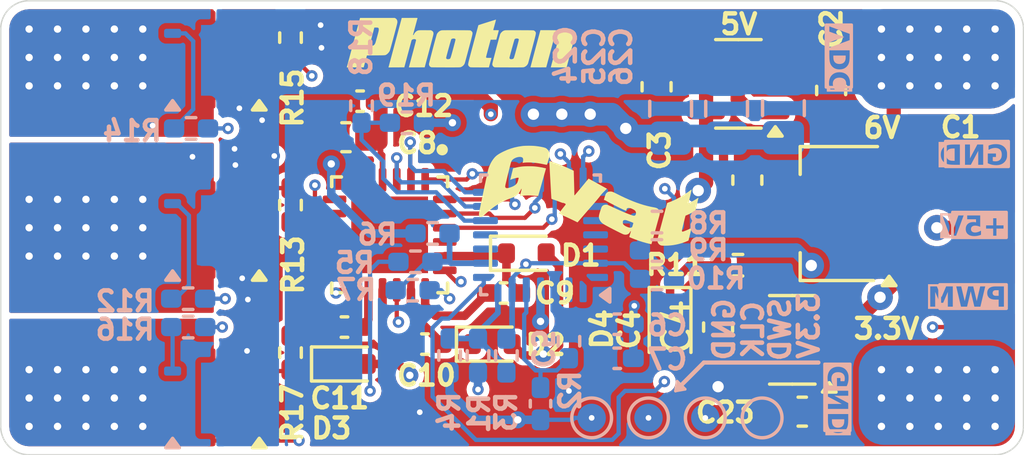
<source format=kicad_pcb>
(kicad_pcb (version 20240108) (generator "pcbnew") (generator_version "8.0")
  (layers (0 "F.Cu" signal) (1 "In1.Cu" signal) (2 "In2.Cu" signal) (31 "B.Cu" signal) (34 "B.Paste" user) (35 "F.Paste" user) (36 "B.SilkS" user "B.Silkscreen") (37 "F.SilkS" user "F.Silkscreen") (38 "B.Mask" user) (39 "F.Mask" user) (44 "Edge.Cuts" user))
  (net 0 "")
  (net 1 "GND")
  (net 2 "VDC")
  (net 3 "+5V")
  (net 4 "+3.3V")
  (net 5 "Net-(U1-PF2)")
  (net 6 "+6V")
  (net 7 "Net-(D1-K)")
  (net 8 "Net-(U6-VS1)")
  (net 9 "Net-(D2-K)")
  (net 10 "Net-(U6-VS2)")
  (net 11 "Net-(D3-K)")
  (net 12 "Net-(U6-VS3)")
  (net 13 "Net-(D4-K)")
  (net 14 "GHA")
  (net 15 "PHASE_A")
  (net 16 "GHC")
  (net 17 "PHASE_C")
  (net 18 "PHASE_B")
  (net 19 "GHB")
  (net 20 "GLA")
  (net 21 "GLB")
  (net 22 "GLC")
  (net 23 "BEMF_A")
  (net 24 "BEMF_REF")
  (net 25 "BEMF_B")
  (net 26 "BEMF_C")
  (net 27 "SWDIO")
  (net 28 "SWCLK")
  (net 29 "INPUT")
  (net 30 "LA")
  (net 31 "Net-(Q1-G)")
  (net 34 "LB")
  (net 37 "PB8")
  (net 38 "LC")
  (net 39 "HC")
  (net 41 "PB6")
  (net 43 "HB")
  (net 45 "HA")
  (net 52 "Net-(Q2-G)")
  (net 53 "Net-(Q3-G)")
  (net 54 "Net-(Q4-G)")
  (net 55 "Net-(Q5-G)")
  (net 56 "Net-(Q6-G)")
  (net 57 "ADC_VOLT")
  (footprint "Fortior Tech FD6288Q driver library:PhasePad" (layer "F.Cu") (at 74 46 90)
    (property "Reference" "TP9" (hide yes))
    (property "Value" "T_PHASE_C" (hide yes))
  )
  (footprint "Resistor_SMD:R_0402_1005Metric_Pad0.72x0.64mm_HandSolder" (layer "F.Cu") (at 96.95 53.32)
    (property "Reference" "R11" (hide yes))
    (property "Value" "1K" (hide yes))
  )
  (footprint "Diode_SMD:D_SOD-523" (layer "F.Cu") (at 88.3 56.1)
    (property "Reference" "D2" (hide yes))
    (property "Value" "D" (hide yes))
  )
  (footprint "Fortior Tech FD6288Q driver library:PowerPad" (layer "F.Cu") (at 103.95 46.1 90)
    (property "Reference" "J2" (hide yes))
    (property "Value" "Plus" (hide yes))
  )
  (footprint "Fortior Tech FD6288Q driver library:TSON-8(3.1x3.1)" (layer "F.Cu") (at 78.5 52)
    (property "Reference" "Q5" (hide yes))
    (property "Value" "NMOS" (hide yes))
  )
  (footprint "Capacitor_SMD:C_0402_1005Metric_Pad0.74x0.62mm_HandSolder" (layer "F.Cu") (at 83.1 55.5 180)
    (property "Reference" "C11" (hide yes))
    (property "Value" "1uF" (hide yes))
  )
  (footprint "Capacitor_SMD:C_0402_1005Metric_Pad0.74x0.62mm_HandSolder" (layer "F.Cu") (at 88.7 54.3 180)
    (property "Reference" "C9" (hide yes))
    (property "Value" "1uF" (hide yes))
  )
  (footprint "Package_TO_SOT_SMD:SOT-23-5" (layer "F.Cu") (at 96.964999 46.93 180)
    (property "Reference" "U2" (hide yes))
    (property "Value" "~" (hide yes))
  )
  (footprint "Capacitor_SMD:C_0603_1608Metric_Pad1.08x0.95mm_HandSolder" (layer "F.Cu") (at 94.084999 47.0325 -90)
    (property "Reference" "C3" (hide yes))
    (property "Value" "10uF" (hide yes))
  )
  (footprint "Fortior Tech FD6288Q driver library:PowerPad" (layer "F.Cu") (at 103.95 57.95 90)
    (property "Reference" "J3" (hide yes))
    (property "Value" "Minus" (hide yes))
  )
  (footprint "Connector_Wire:SolderWirePad_1x01_SMD_1x2mm" (layer "F.Cu") (at 105.5 54.5 90)
    (property "Reference" "TP5" (hide yes))
    (property "Value" "input" (hide yes))
  )
  (footprint "Package_TO_SOT_SMD:SOT-89-3" (layer "F.Cu") (at 100.5 51.5 180)
    (property "Reference" "U4" (hide yes))
    (property "Value" "L78L06_SOT89" (hide yes))
  )
  (footprint "Diode_SMD:D_SOD-523" (layer "F.Cu") (at 89.5 52.9)
    (property "Reference" "D1" (hide yes))
    (property "Value" "D" (hide yes))
  )
  (footprint "Capacitor_SMD:C_0603_1608Metric_Pad1.08x0.95mm_HandSolder" (layer "F.Cu") (at 83.1525 48.81 180)
    (property "Reference" "C8" (hide yes))
    (property "Value" "10uF" (hide yes))
  )
  (footprint "LED_SMD:LED_0603_1608Metric" (layer "F.Cu") (at 94.56 55.5925 -90)
    (property "Reference" "D4" (hide yes))
    (property "Value" "LED" (hide yes))
  )
  (footprint "Capacitor_SMD:C_0603_1608Metric_Pad1.08x0.95mm_HandSolder" (layer "F.Cu") (at 96.25 55.5 90)
    (property "Reference" "C4")
    (property "Value" "10uF")
  )
  (footprint "Fortior Tech FD6288Q driver library:PhasePad" (layer "F.Cu") (at 73.9 58 90)
    (property "Reference" "TP11" (hide yes))
    (property "Value" "T_PHASE_A" (hide yes))
  )
  (footprint "Fortior Tech FD6288Q driver library:TSON-8(3.1x3.1)" (layer "F.Cu") (at 78.5 57.9)
    (property "Reference" "Q4" (hide yes))
    (property "Value" "NMOS" (hide yes))
  )
  (footprint "Capacitor_SMD:C_0402_1005Metric_Pad0.74x0.62mm_HandSolder" (layer "F.Cu") (at 83.65 47.54 180)
    (property "Reference" "C12" (hide yes))
    (property "Value" "100nF" (hide yes))
  )
  (footprint "Capacitor_SMD:C_0603_1608Metric_Pad1.08x0.95mm_HandSolder" (layer "F.Cu") (at 100.23 47.1625 -90)
    (property "Reference" "C2" (hide yes))
    (property "Value" "10uF" (hide yes))
  )
  (footprint "Capacitor_SMD:C_0402_1005Metric_Pad0.74x0.62mm_HandSolder" (layer "F.Cu") (at 85.9325 56.1 180)
    (property "Reference" "C10" (hide yes))
    (property "Value" "1uF" (hide yes))
  )
  (footprint "Capacitor_SMD:C_0603_1608Metric_Pad1.08x0.95mm_HandSolder" (layer "F.Cu") (at 99.2125 58.48 180)
    (property "Reference" "C23" (hide yes))
    (property "Value" "10uF" (hide yes))
  )
  (footprint "Resistor_SMD:R_0402_1005Metric_Pad0.72x0.64mm_HandSolder" (layer "F.Cu") (at 81.2 56.4 -90)
    (property "Reference" "R17" (hide yes))
    (property "Value" "10R" (hide yes))
  )
  (footprint "Resistor_SMD:R_0402_1005Metric_Pad0.72x0.64mm_HandSolder" (layer "F.Cu") (at 81.2 45.3 90)
    (property "Reference" "R15" (hide yes))
    (property "Value" "10R" (hide yes))
  )
  (footprint "LOGO" (layer "F.Cu") (at 87.2 45.38)
    (property "Reference" "G***" (hide yes))
    (property "Value" "LOGO" (hide yes))
  )
  (footprint "Fortior Tech FD6288Q driver library:TSON-8(3.1x3.1)" (layer "F.Cu") (at 78.5 46)
    (property "Reference" "Q6" (hide yes))
    (property "Value" "NMOS" (hide yes))
  )
  (footprint "Package_TO_SOT_SMD:SOT-23-5" (layer "F.Cu") (at 98.8625 55.95 180)
    (property "Reference" "U3" (hide yes))
    (property "Value" "~" (hide yes))
  )
  (footprint "Fortior Tech FD6288Q driver library:QFN50P400X400X90-25N" (layer "F.Cu") (at 84.69 52.25 -90)
    (property "Reference" "U6" (hide yes))
    (property "Value" "~" (hide yes))
  )
  (footprint "Connector_Wire:SolderWirePad_1x01_SMD_1x2mm" (layer "F.Cu") (at 105.5 49.5 90)
    (property "Reference" "TP7" (hide yes))
    (property "Value" "gnd" (hide yes))
  )
  (footprint "Fortior Tech FD6288Q driver library:PhasePad" (layer "F.Cu") (at 74 52 -90)
    (property "Reference" "TP10" (hide yes))
    (property "Value" "T_PHASE_B" (hide yes))
  )
  (footprint "Resistor_SMD:R_0402_1005Metric_Pad0.72x0.64mm_HandSolder" (layer "F.Cu") (at 81.2 51.2 90)
    (property "Reference" "R13" (hide yes))
    (property "Value" "10R" (hide yes))
  )
  (footprint "Diode_SMD:D_SOD-523" (layer "F.Cu") (at 83.2 56.8)
    (property "Reference" "D3" (hide yes))
    (property "Value" "D" (hide yes))
  )
  (footprint "Connector_Wire:SolderWirePad_1x01_SMD_1x2mm" (layer "F.Cu") (at 105.5 52 90)
    (property "Reference" "TP6" (hide yes))
    (property "Value" "5V" (hide yes))
  )
  (footprint "Capacitor_SMD:C_0603_1608Metric_Pad1.08x0.95mm_HandSolder" (layer "F.Cu") (at 97.28 50.3225 -90)
    (property "Reference" "C1" (hide yes))
    (property "Value" "10uF" (hide yes))
  )
  (footprint "LOGO" (layer "F.Cu") (at 91.82 51.04)
    (property "Reference" "G***" (hide yes))
    (property "Value" "LOGO" (hide yes))
  )
  (footprint "Capacitor_SMD:C_0805_2012Metric_Pad1.18x1.45mm_HandSolder" (layer "B.Cu") (at 98.55 47.7875 -90)
    (property "Reference" "C26" (hide yes))
    (property "Value" "22uF" (hide yes))
  )
  (footprint "" (layer "B.Cu") (at 103.95 46.05 180)
    (property "Reference" "")
    (property "Value" "")
  )
  (footprint "Resistor_SMD:R_0402_1005Metric_Pad0.72x0.64mm_HandSolder" (layer "B.Cu") (at 77.5975 54.5 180)
    (property "Reference" "R12" (hide yes))
    (property "Value" "10R" (hide yes))
  )
  (footprint "Resistor_SMD:R_0402_1005Metric_Pad0.72x0.64mm_HandSolder" (layer "B.Cu") (at 91 56 -90)
    (property "Reference" "R2" (hide yes))
    (property "Value" "10k" (hide yes))
  )
  (footprint "Resistor_SMD:R_0402_1005Metric_Pad0.72x0.64mm_HandSolder" (layer "B.Cu") (at 85.2975 48.3)
    (property "Reference" "R19" (hide yes))
    (property "Value" "10K" (hide yes))
  )
  (footprint "Package_DFN_QFN:QFN-28_4x4mm_P0.5mm" (layer "B.Cu") (at 90 52.25 90)
    (property "Reference" "U1" (hide yes))
    (property "Value" "STM32G071GBUx" (hide yes))
  )
  (footprint "Resistor_SMD:R_0402_1005Metric_Pad0.72x0.64mm_HandSolder" (layer "B.Cu") (at 94.1 51.8 180)
    (property "Reference" "R8" (hide yes))
    (property "Value" "33K" (hide yes))
  )
  (footprint "Resistor_SMD:R_0402_1005Metric_Pad0.72x0.64mm_HandSolder" (layer "B.Cu") (at 85.5975 53.2)
    (property "Reference" "R5" (hide yes))
    (property "Value" "33K" (hide yes))
  )
  (footprint "Resistor_SMD:R_0402_1005Metric_Pad0.72x0.64mm_HandSolder" (layer "B.Cu") (at 94.0975 52.8)
    (property "Reference" "R9" (hide yes))
    (property "Value" "3.3K" (hide yes))
  )
  (footprint "TestPoint:TestPoint_Pad_D1.0mm" (layer "B.Cu") (at 93.8 58.7 90)
    (property "Reference" "TP3" (hide yes))
    (property "Value" "SWCLK" (hide yes))
  )
  (footprint "Capacitor_SMD:C_0805_2012Metric_Pad1.18x1.45mm_HandSolder" (layer "B.Cu") (at 96.55 47.805 -90)
    (property "Reference" "C25" (hide yes))
    (property "Value" "22uF" (hide yes))
  )
  (footprint "Resistor_SMD:R_0402_1005Metric_Pad0.72x0.64mm_HandSolder" (layer "B.Cu") (at 87.8 56.5 90)
    (property "Reference" "R1" (hide yes))
    (property "Value" "33K" (hide yes))
  )
  (footprint "Resistor_SMD:R_0402_1005Metric_Pad0.72x0.64mm_HandSolder" (layer "B.Cu") (at 86.2 52.2 180)
    (property "Reference" "R6" (hide yes))
    (property "Value" "3.3K" (hide yes))
  )
  (footprint "Fortior Tech FD6288Q driver library:TSON-8(3.1x3.1)" (layer "B.Cu") (at 78.65 57.9 180)
    (property "Reference" "Q1" (hide yes))
    (property "Value" "NMOS" (hide yes))
  )
  (footprint "Capacitor_SMD:C_0805_2012Metric_Pad1.18x1.45mm_HandSolder" (layer "B.Cu") (at 94.58 47.805 -90)
    (property "Reference" "C24" (hide yes))
    (property "Value" "22uF" (hide yes))
  )
  (footprint "" (layer "B.Cu") (at 73.95 57.94 180)
    (property "Reference" "")
    (property "Value" "")
  )
  (footprint "" (layer "B.Cu") (at 103.95 57.9 180)
    (property "Reference" "")
    (property "Value" "")
  )
  (footprint "" (layer "B.Cu") (at 74 46 180)
    (property "Reference" "")
    (property "Value" "")
  )
  (footprint "Fortior Tech FD6288Q driver library:TSON-8(3.1x3.1)" (layer "B.Cu") (at 78.65 46 180)
    (property "Reference" "Q2" (hide yes))
    (property "Value" "NMOS" (hide yes))
  )
  (footprint "Capacitor_SMD:C_0402_1005Metric_Pad0.74x0.62mm_HandSolder" (layer "B.Cu") (at 92.7 55.4)
    (property "Reference" "C6" (hide yes))
    (property "Value" "100nF")
  )
  (footprint "TestPoint:TestPoint_Pad_D1.0mm" (layer "B.Cu") (at 95.8 58.7 90)
    (property "Reference" "TP2" (hide yes))
    (property "Value" "SWDIO" (hide yes))
  )
  (footprint "TestPoint:TestPoint_Pad_D1.0mm" (layer "B.Cu") (at 91.8 58.7 90)
    (property "Reference" "TP4" (hide yes))
    (property "Value" "GND" (hide yes))
  )
  (footprint "Capacitor_SMD:C_0402_1005Metric_Pad0.74x0.62mm_HandSolder" (layer "B.Cu") (at 90 58.2 -90)
    (property "Reference" "C5" (hide yes))
    (property "Value" "100nF" (hide yes))
  )
  (footprint "Fortior Tech FD6288Q driver library:TSON-8(3.1x3.1)" (layer "B.Cu") (at 78.65 52 180)
    (property "Reference" "Q3" (hide yes))
    (property "Value" "NMOS" (hide yes))
  )
  (footprint "Capacitor_SMD:C_0402_1005Metric_Pad0.74x0.62mm_HandSolder" (layer "B.Cu") (at 92.7 56.6)
    (property "Reference" "C7" (hide yes))
    (property "Value" "4.7uF" (hide yes))
  )
  (footprint "Resistor_SMD:R_0402_1005Metric_Pad0.72x0.64mm_HandSolder" (layer "B.Cu") (at 77.6 55.5 180)
    (property "Reference" "R16" (hide yes))
    (property "Value" "10R" (hide yes))
  )
  (footprint "Resistor_SMD:R_0402_1005Metric_Pad0.72x0.64mm_HandSolder" (layer "B.Cu") (at 83.7 47.7025 -90)
    (property "Reference" "R18" (hide yes))
    (property "Value" "100K" (hide yes))
  )
  (footprint "Resistor_SMD:R_0402_1005Metric_Pad0.72x0.64mm_HandSolder" (layer "B.Cu") (at 88.8 56.5025 90)
    (property "Reference" "R3" (hide yes))
    (property "Value" "10K" (hide yes))
  )
  (footprint "" (layer "B.Cu") (at 73.95 52.05 180)
    (property "Reference" "")
    (property "Value" "")
  )
  (footprint "TestPoint:TestPoint_Pad_D1.0mm" (layer "B.Cu") (at 97.8 58.7 90)
    (property "Reference" "TP1" (hide yes))
    (property "Value" "3.3V" (hide yes))
  )
  (footprint "Resistor_SMD:R_0402_1005Metric_Pad0.72x0.64mm_HandSolder" (layer "B.Cu") (at 86.8 56.5 -90)
    (property "Reference" "R4" (hide yes))
    (property "Value" "3.3K" (hide yes))
  )
  (footprint "Resistor_SMD:R_0402_1005Metric_Pad0.72x0.64mm_HandSolder" (layer "B.Cu") (at 77.7 48.5 180)
    (property "Reference" "R14" (hide yes))
    (property "Value" "10R" (hide yes))
  )
  (footprint "Resistor_SMD:R_0402_1005Metric_Pad0.72x0.64mm_HandSolder" (layer "B.Cu") (at 94.1 53.8 180)
    (property "Reference" "R10" (hide yes))
    (property "Value" "10K" (hide yes))
  )
  (footprint "Resistor_SMD:R_0402_1005Metric_Pad0.72x0.64mm_HandSolder" (layer "B.Cu") (at 85.5 54.2)
    (property "Reference" "R7" (hide yes))
    (property "Value" "10K" (hide yes))
  )
  (gr_rect (start 104.5 51.45) (end 106.4 52.35) (stroke (width 0.1)) (fill none) (layer "B.SilkS"))
  (gr_line (start 94.98 57.69) (end 94.93 57.64) (stroke (width 0.1)) (layer "B.SilkS"))
  (gr_line (start 95.09 57.69) (end 94.81 57.41) (stroke (width 0.1)) (layer "B.SilkS"))
  (gr_line (start 99.78 56.75) (end 95.75 56.75) (stroke (width 0.15)) (layer "B.SilkS"))
  (gr_rect (start 100 56.8) (end 100.9 59.15) (stroke (width 0.1)) (fill none) (layer "B.SilkS"))
  (gr_rect (start 104.25 48.95) (end 106.475 49.85) (stroke (width 0.1)) (fill none) (layer "B.SilkS"))
  (gr_rect (start 104.05 54) (end 106.4 54.85) (stroke (width 0.1)) (fill none) (layer "B.SilkS"))
  (gr_line (start 95.75 56.75) (end 95 57.5) (stroke (width 0.15)) (layer "B.SilkS"))
  (gr_line (start 95 57.5) (end 94.75 57.75) (stroke (width 0.1)) (layer "B.SilkS"))
  (gr_line (start 94.75 57.75) (end 94.81 57.41) (stroke (width 0.1)) (layer "B.SilkS"))
  (gr_line (start 94.875 57.625) (end 94.85 57.51) (stroke (width 0.1)) (layer "B.SilkS"))
  (gr_line (start 94.85 57.51) (end 94.8625 57.5675) (stroke (width 0.1)) (layer "B.SilkS"))
  (gr_rect (start 100.05 44.85) (end 100.95 47.05) (stroke (width 0.1)) (fill none) (layer "B.SilkS"))
  (gr_line (start 95.09 57.69) (end 94.75 57.75) (stroke (width 0.1)) (layer "B.SilkS"))
  (gr_arc (start 71 45) (mid 71.292893 44.292893) (end 72 44) (stroke (width 0.05)) (layer "Edge.Cuts"))
  (gr_line (start 72 44) (end 106 44) (stroke (width 0.05)) (layer "Edge.Cuts"))
  (gr_line (start 106 60) (end 72 60) (stroke (width 0.05)) (layer "Edge.Cuts"))
  (gr_arc (start 107 59) (mid 106.707107 59.707107) (end 106 60) (stroke (width 0.05)) (layer "Edge.Cuts"))
  (gr_arc (start 106 44) (mid 106.707107 44.292893) (end 107 45) (stroke (width 0.05)) (layer "Edge.Cuts"))
  (gr_line (start 107 45) (end 107 59) (stroke (width 0.05)) (layer "Edge.Cuts"))
  (gr_line (start 71 59) (end 71 45) (stroke (width 0.05)) (layer "Edge.Cuts"))
  (gr_arc (start 72 60) (mid 71.292893 59.707107) (end 71 59) (stroke (width 0.05)) (layer "Edge.Cuts"))
  (gr_text "+5V" (at 106.4 52.4 0) (layer "B.SilkS" knockout) (effects (font (size 0.7 0.7) (thickness 0.125) (bold yes)) (justify left bottom mirror)))
  (gr_text "C7" (at 95.25 57.05 0) (layer "B.SilkS") (effects (font (size 0.7 0.7) (thickness 0.16) (bold yes)) (justify left bottom mirror)))
  (gr_text "R9" (at 96.7 53.2 0) (layer "B.SilkS") (effects (font (size 0.7 0.7) (thickness 0.16) (bold yes)) (justify left bottom mirror)))
  (gr_text "VDC" (at 101 44.9 90) (layer "B.SilkS" knockout) (effects (font (size 0.7 0.7) (thickness 0.125) (bold yes)) (justify left bottom mirror)))
  (gr_text "R16" (at 76.5 56 0) (layer "B.SilkS") (effects (font (size 0.7 0.7) (thickness 0.16) (bold yes)) (justify left bottom mirror)))
  (gr_text "PWM" (at 106.4 54.9 0) (layer "B.SilkS" knockout) (effects (font (size 0.7 0.7) (thickness 0.125) (bold yes)) (justify left bottom mirror)))
  (gr_text "GND" (at 100.95 56.85 90) (layer "B.SilkS" knockout) (effects (font (size 0.7 0.7) (thickness 0.125) (bold yes)) (justify left bottom mirror)))
  (gr_text "C5" (at 89.65 57.05 270) (layer "B.SilkS") (effects (font (size 0.7 0.7) (thickness 0.16) (bold yes)) (justify left bottom mirror)))
  (gr_text "GND" (at 96.87 54.41 90) (layer "B.SilkS") (effects (font (size 0.7 0.7) (thickness 0.16) (bold yes)) (justify left bottom mirror)))
  (gr_text "R2" (at 91.45 56.95 90) (layer "B.SilkS") (effects (font (size 0.7 0.7) (thickness 0.16) (bold yes)) (justify left bottom mirror)))
  (gr_text "CLK" (at 97.89 54.51 90) (layer "B.SilkS") (effects (font (size 0.7 0.7) (thickness 0.16) (bold yes)) (justify left bottom mirror)))
  (gr_text "R1" (at 88.25 57.75 90) (layer "B.SilkS") (effects (font (size 0.7 0.7) (thickness 0.16) (bold yes)) (justify left bottom mirror)))
  (gr_text "SWD" (at 98.84 54.4 90) (layer "B.SilkS") (effects (font (size 0.7 0.7) (thickness 0.16) (bold yes)) (justify left bottom mirror)))
  (gr_text "R12" (at 76.5 55 0) (layer "B.SilkS") (effects (font (size 0.7 0.7) (thickness 0.16) (bold yes)) (justify left bottom mirror)))
  (gr_text "C25" (at 92.3 44.85 90) (layer "B.SilkS") (effects (font (size 0.7 0.7) (thickness 0.16) (bold yes)) (justify left bottom mirror)))
  (gr_text "R5" (at 84.25 53.65 0) (layer "B.SilkS") (effects (font (size 0.7 0.7) (thickness 0.16) (bold yes)) (justify left bottom mirror)))
  (gr_text "R7\n" (at 84.3 54.6 0) (layer "B.SilkS") (effects (font (size 0.7 0.7) (thickness 0.16) (bold yes)) (justify left bottom mirror)))
  (gr_text "R19" (at 86.4 47.75 0) (layer "B.SilkS") (effects (font (size 0.7 0.7) (thickness 0.16) (bold yes)) (justify left bottom mirror)))
  (gr_text "R10" (at 97.3 54.2 0) (layer "B.SilkS") (effects (font (size 0.7 0.7) (thickness 0.16) (bold yes)) (justify left bottom mirror)))
  (gr_text "3.3V" (at 99.85 54.22 90) (layer "B.SilkS") (effects (font (size 0.7 0.7) (thickness 0.16) (bold yes)) (justify left bottom mirror)))
  (gr_text "R18" (at 84.1 44.5 90) (layer "B.SilkS") (effects (font (size 0.7 0.7) (thickness 0.16) (bold yes)) (justify left bottom mirror)))
  (gr_text "C26" (at 93.25 44.85 90) (layer "B.SilkS") (effects (font (size 0.7 0.7) (thickness 0.16) (bold yes)) (justify left bottom mirror)))
  (gr_text "R4" (at 87.2 57.7 90) (layer "B.SilkS") (effects (font (size 0.7 0.7) (thickness 0.16) (bold yes)) (justify left bottom mirror)))
  (gr_text "GND" (at 106.475 49.9 0) (layer "B.SilkS" knockout) (effects (font (size 0.7 0.7) (thickness 0.125) (bold yes)) (justify left bottom mirror)))
  (gr_text "R14" (at 76.75 49 0) (layer "B.SilkS") (effects (font (size 0.7 0.7) (thickness 0.16) (bold yes)) (justify left bottom mirror)))
  (gr_text "C6" (at 95.25 55.85 0) (layer "B.SilkS") (effects (font (size 0.7 0.7) (thickness 0.16) (bold yes)) (justify left bottom mirror)))
  (gr_text "R6" (at 85.05 52.65 0) (layer "B.SilkS") (effects (font (size 0.7 0.7) (thickness 0.16) (bold yes)) (justify left bottom mirror)))
  (gr_text "R3" (at 89.2 57.7 90) (layer "B.SilkS") (effects (font (size 0.7 0.7) (thickness 0.16) (bold yes)) (justify left bottom mirror)))
  (gr_text "C24" (at 91.3 44.8 90) (layer "B.SilkS") (effects (font (size 0.7 0.7) (thickness 0.16) (bold yes)) (justify left bottom mirror)))
  (gr_text "R8" (at 96.7 52.25 0) (layer "B.SilkS") (effects (font (size 0.7 0.7) (thickness 0.16) (bold yes)) (justify left bottom mirror)))
  (gr_text "6V" (at 101.28 48.89 0) (layer "F.SilkS") (effects (font (size 0.7 0.7) (thickness 0.16) (bold yes)) (justify left bottom)))
  (gr_text "D2" (at 89.39 56.54 0) (layer "F.SilkS") (effects (font (size 0.7 0.7) (thickness 0.16) (bold yes)) (justify left bottom)))
  (gr_text "R17" (at 81.67 59.65 90) (layer "F.SilkS") (effects (font (size 0.7 0.7) (thickness 0.16) (bold yes)) (justify left bottom)))
  (gr_text "C9" (at 89.72 54.72 0) (layer "F.SilkS") (effects (font (size 0.7 0.7) (thickness 0.16) (bold yes)) (justify left bottom)))
  (gr_text "R11" (at 93.63 53.72 0) (layer "F.SilkS") (effects (font (size 0.7 0.7) (thickness 0.16) (bold yes)) (justify left bottom)))
  (gr_text "C12" (at 84.77 48.12 0) (layer "F.SilkS") (effects (font (size 0.7 0.7) (thickness 0.16) (bold yes)) (justify left bottom)))
  (gr_text "D3" (at 81.85 59.48 0) (layer "F.SilkS") (effects (font (size 0.7 0.7) (thickness 0.16) (bold yes)) (justify left bottom)))
  (gr_text "R13" (at 81.7 54.43 90) (layer "F.SilkS") (effects (font (size 0.7 0.7) (thickness 0.16) (bold yes)) (justify left bottom)))
  (gr_text "R15" (at 81.68 48.55 90) (layer "F.SilkS") (effects (font (size 0.7 0.7) (thickness 0.16) (bold yes)) (justify left bottom)))
  (gr_text "C23" (at 95.38 58.92 0) (layer "F.SilkS") (effects (font (size 0.7 0.7) (thickness 0.16) (bold yes)) (justify left bottom)))
  (gr_text "3.3V" (at 100.94 55.97 0) (layer "F.SilkS") (effects (font (size 0.7 0.7) (thickness 0.16) (bold yes)) (justify left bottom)))
  (gr_text "D1" (at 90.63 53.39 0) (layer "F.SilkS") (effects (font (size 0.7 0.7) (thickness 0.16) (bold yes)) (justify left bottom)))
  (gr_text "C11" (at 81.81 58.42 0) (layer "F.SilkS") (effects (font (size 0.7 0.7) (thickness 0.16) (bold yes)) (justify left bottom)))
  (gr_text "D4" (at 92.57 56.36 90) (layer "F.SilkS") (effects (font (size 0.7 0.7) (thickness 0.16) (bold yes)) (justify left bottom)))
  (gr_text "C1" (at 104 48.87 0) (layer "F.SilkS") (effects (font (size 0.7 0.7) (thickness 0.16) (bold yes)) (justify left bottom)))
  (gr_text "C10" (at 84.86 57.62 0) (layer "F.SilkS") (effects (font (size 0.7 0.7) (thickness 0.16) (bold yes)) (justify left bottom)))
  (gr_text "C3" (at 94.6 50.06 90) (layer "F.SilkS") (effects (font (size 0.7 0.7) (thickness 0.16) (bold yes)) (justify left bottom)))
  (gr_text "C4" (at 93.53 56.37 90) (layer "F.SilkS") (effects (font (size 0.7 0.7) (thickness 0.16) (bold yes)) (justify left bottom)))
  (gr_text "C2" (at 100.65 45.78 90) (layer "F.SilkS") (effects (font (size 0.7 0.7) (thickness 0.16) (bold yes)) (justify left bottom)))
  (gr_text "5V" (at 96.24 45.24 0) (layer "F.SilkS") (effects (font (size 0.7 0.7) (thickness 0.16) (bold yes)) (justify left bottom)))
  (gr_text "C8" (at 84.87 49.43 0) (layer "F.SilkS") (effects (font (size 0.7 0.7) (thickness 0.16) (bold yes)) (justify left bottom)))
  (via (at 91.75 48) (size 0.9) (drill 0.4) (layers "F.Cu" "B.Cu") (net 1))
  (via (at 105 57) (size 0.6) (drill 0.26) (layers "F.Cu" "B.Cu") (net 1))
  (via (at 103 58) (size 0.6) (drill 0.26) (layers "F.Cu" "B.Cu") (net 1))
  (via (at 104 59) (size 0.6) (drill 0.26) (layers "F.Cu" "B.Cu") (net 1))
  (via (at 102 59) (size 0.6) (drill 0.26) (layers "F.Cu" "B.Cu") (net 1))
  (via (at 102 58) (size 0.6) (drill 0.26) (layers "F.Cu" "B.Cu") (net 1))
  (via (at 103 59) (size 0.6) (drill 0.26) (layers "F.Cu" "B.Cu") (net 1))
  (via (at 86.9 48.3) (size 0.6) (drill 0.26) (layers "F.Cu" "B.Cu") (net 1))
  (via (at 93.3 54.75) (size 0.4) (drill 0.2) (layers "F.Cu" "B.Cu") (net 1))
  (via (at 102 57) (size 0.6) (drill 0.26) (layers "F.Cu" "B.Cu") (net 1))
  (via (at 91.8 58.7) (size 0.4) (drill 0.2) (layers "F.Cu" "B.Cu") (net 1))
  (via (at 93 48.5) (size 0.9) (drill 0.4) (layers "F.Cu" "B.Cu") (net 1))
  (via (at 106 59) (size 0.6) (drill 0.26) (layers "F.Cu" "B.Cu") (net 1))
  (via (at 99.53 53.33) (size 0.9) (drill 0.4) (layers "F.Cu" "B.Cu") (net 1))
  (via (at 90 55.3) (size 0.6) (drill 0.26) (layers "F.Cu" "B.Cu") (net 1))
  (via (at 105 59) (size 0.6) (drill 0.26) (layers "F.Cu" "B.Cu") (net 1))
  (via (at 104 58) (size 0.6) (drill 0.26) (layers "F.Cu" "B.Cu") (net 1))
  (via (at 106 58) (size 0.6) (drill 0.26) (layers "F.Cu" "B.Cu") (net 1))
  (via (at 104 57) (size 0.6) (drill 0.26) (layers "F.Cu" "B.Cu") (net 1))
  (via (at 90.75 48) (size 0.9) (drill 0.4) (layers "F.Cu" "B.Cu") (net 1))
  (via (at 106 57) (size 0.6) (drill 0.26) (layers "F.Cu" "B.Cu") (net 1))
  (via (at 89.2 58.7675) (size 0.6) (drill 0.26) (layers "F.Cu" "B.Cu") (net 1))
  (via (at 105 58) (size 0.6) (drill 0.26) (layers "F.Cu" "B.Cu") (net 1))
  (via (at 103 57) (size 0.6) (drill 0.26) (layers "F.Cu" "B.Cu") (net 1))
  (via (at 82.635 49.75) (size 0.6) (drill 0.26) (layers "F.Cu" "B.Cu") (net 1))
  (via (at 89.75 48) (size 0.9) (drill 0.4) (layers "F.Cu" "B.Cu") (net 1))
  (segment (start 99.53 53.33) (end 99 52.8) (width 0.5) (layer "B.Cu") (net 1))
  (segment (start 91.75 48) (end 92.5 48) (width 0.8) (layer "B.Cu") (net 1))
  (segment (start 93.2675 56.6) (end 93.2675 55.4) (width 0.3) (layer "B.Cu") (net 1))
  (segment (start 91.75 48) (end 90.75 48) (width 0.8) (layer "B.Cu") (net 1))
  (segment (start 92.5 48) (end 93 48.5) (width 0.8) (layer "B.Cu") (net 1))
  (segment (start 82.635 49.75) (end 82.635 50.835) (width 0.3) (layer "B.Cu") (net 1))
  (segment (start 82.635 50.835) (end 84 52.2) (width 0.3) (layer "B.Cu") (net 1))
  (segment (start 85.895 48.3) (end 86.9 48.3) (width 0.3) (layer "B.Cu") (net 1))
  (segment (start 93.2675 54.7825) (end 93.3 54.75) (width 0.3) (layer "B.Cu") (net 1))
  (segment (start 89.2 58.7675) (end 87.7675 58.7675) (width 0.3) (layer "B.Cu") (net 1))
  (segment (start 96.55 48.8425) (end 98.5325 48.8425) (width 0.8) (layer "B.Cu") (net 1))
  (segment (start 87.7675 58.7675) (end 86.8 57.8) (width 0.3) (layer "B.Cu") (net 1))
  (segment (start 90.75 48) (end 89.75 48) (width 0.8) (layer "B.Cu") (net 1))
  (segment (start 98.5325 48.8425) (end 98.55 48.825) (width 0.8) (layer "B.Cu") (net 1))
  (segment (start 93.2675 48.7675) (end 93 48.5) (width 0.8) (layer "B.Cu") (net 1))
  (segment (start 96.0175 48.75) (end 96 48.7675) (width 0.8) (layer "B.Cu") (net 1))
  (segment (start 90 55.3) (end 90 54.1875) (width 0.3) (layer "B.Cu") (net 1))
  (segment (start 96 48.7675) (end 93.2675 48.7675) (width 0.8) (layer "B.Cu") (net 1))
  (segment (start 86.8 57.8) (end 86.8 57.0975) (width 0.3) (layer "B.Cu") (net 1))
  (segment (start 84 52.2) (end 85.6025 52.2) (width 0.3) (layer "B.Cu") (net 1))
  (segment (start 91.2 58.7) (end 91.1325 58.7675) (width 0.15) (layer "B.Cu") (net 1))
  (segment (start 91.1325 58.7675) (end 90 58.7675) (width 0.15) (layer "B.Cu") (net 1))
  (segment (start 93.2675 55.4) (end 93.2675 54.7825) (width 0.3) (layer "B.Cu") (net 1))
  (segment (start 91.8 58.7) (end 91.2 58.7) (width 0.15) (layer "B.Cu") (net 1))
  (segment (start 99 52.8) (end 94.695 52.8) (width 0.5) (layer "B.Cu") (net 1))
  (segment (start 89.2 58.7675) (end 90 58.7675) (width 0.3) (layer "B.Cu") (net 1))
  (segment (start 100.23 46.3) (end 101.7 46.3) (width 0.5) (layer "F.Cu") (net 2))
  (segment (start 99.1375 46.3) (end 100.23 46.3) (width 0.5) (layer "F.Cu") (net 2))
  (segment (start 102.45 50) (end 102.45 48.5175) (width 0.5) (layer "F.Cu") (net 2))
  (segment (start 97.32 45.98) (end 96.94 46.36) (width 0.5) (layer "F.Cu") (net 2))
  (segment (start 101.7 46.3) (end 102 46) (width 0.5) (layer "F.Cu") (net 2))
  (segment (start 96.94 46.36) (end 96.94 47.47) (width 0.5) (layer "F.Cu") (net 2))
  (segment (start 100.42 50) (end 102.45 50) (width 0.5) (layer "F.Cu") (net 2))
  (segment (start 98.8875 46.05) (end 99.1375 46.3) (width 0.5) (layer "F.Cu") (net 2))
  (segment (start 98.8875 46.05) (end 98.25 46.05) (width 0.5) (layer "F.Cu") (net 2))
  (segment (start 97.464999 45.98) (end 97.32 45.98) (width 0.5) (layer "F.Cu") (net 2))
  (segment (start 104 46) (end 102.4325 47.5675) (width 0.5) (layer "F.Cu") (net 2))
  (segment (start 96.94 47.47) (end 97.35 47.88) (width 0.5) (layer "F.Cu") (net 2))
  (segment (start 97.35 47.88) (end 98.102499 47.88) (width 0.5) (layer "F.Cu") (net 2))
  (segment (start 97.28 49.46) (end 99.88 49.46) (width 0.5) (layer "F.Cu") (net 2))
  (segment (start 102.4325 47.5675) (end 102.4325 48.5) (width 0.5) (layer "F.Cu") (net 2))
  (segment (start 102.45 48.5175) (end 102.4325 48.5) (width 0.5) (layer "F.Cu") (net 2))
  (segment (start 99.88 49.46) (end 100.42 50) (width 0.5) (layer "F.Cu") (net 2))
  (via (at 106 46) (size 0.6) (drill 0.26) (layers "F.Cu" "B.Cu") (net 2))
  (via (at 105 47) (size 0.6) (drill 0.26) (layers "F.Cu" "B.Cu") (net 2))
  (via (at 104 46) (size 0.6) (drill 0.26) (layers "F.Cu" "B.Cu") (net 2))
  (via (at 102 46) (size 0.6) (drill 0.26) (layers "F.Cu" "B.Cu") (net 2))
  (via (at 79.7 54.53) (size 0.4) (drill 0.2) (layers "F.Cu" "B.Cu") (net 2))
  (via (at 103 47) (size 0.6) (drill 0.26) (layers "F.Cu" "B.Cu") (net 2))
  (via (at 106 47) (size 0.6) (drill 0.26) (layers "F.Cu" "B.Cu") (net 2))
  (via (at 105 45) (size 0.6) (drill 0.26) (layers "F.Cu" "B.Cu") (net 2))
  (via (at 103 46) (size 0.6) (drill 0.26) (layers "F.Cu" "B.Cu") (net 2))
  (via (at 79.67 56.34) (size 0.4) (drill 0.2) (layers "F.Cu" "B.Cu") (net 2))
  (via (at 106 45) (size 0.6) (drill 0.26) (layers "F.Cu" "B.Cu") (net 2))
  (via (at 104 47) (size 0.6) (drill 0.26) (layers "F.Cu" "B.Cu") (net 2))
  (via (at 102 47) (size 0.6) (drill 0.26) (layers "F.Cu" "B.Cu") (net 2))
  (via (at 103 45) (size 0.6) (drill 0.26) (layers "F.Cu" "B.Cu") (net 2))
  (via (at 82.26 44.86) (size 0.4) (drill 0.2) (layers "F.Cu" "B.Cu") (net 2))
  (via (at 82.29 45.66) (size 0.4) (drill 0.2) (layers "F.Cu" "B.Cu") (net 2))
  (via (at 102 45) (size 0.6) (drill 0.26) (layers "F.Cu" "B.Cu") (net 2))
  (via (at 79.26 49.79) (size 0.4) (drill 0.2) (layers "F.Cu" "B.Cu") (net 2))
  (via (at 105 46) (size 0.6) (drill 0.26) (layers "F.Cu" "B.Cu") (net 2))
  (via (at 79.5 53.78) (size 0.4) (drill 0.2) (layers "F.Cu" "B.Cu") (net 2))
  (via (at 79.23 49.22) (size 0.4) (drill 0.2) (layers "F.Cu" "B.Cu") (net 2))
  (via (at 80.63 49.47) (size 0.4) (drill 0.2) (layers "F.Cu" "B.Cu") (net 2))
  (via (at 80.2 48.21) (size 0.4) (drill 0.2) (layers "F.Cu" "B.Cu") (net 2))
  (via (at 79.4 47.79) (size 0.4) (drill 0.2) (layers "F.Cu" "B.Cu") (net 2))
  (via (at 104 45) (size 0.6) (drill 0.26) (layers "F.Cu" "B.Cu") (net 2))
  (segment (start 94.764999 46.85) (end 95.55 46.85) (width 0.5) (layer "F.Cu") (net 3))
  (segment (start 95.827499 47.127499) (end 95.827499 47.88) (width 0.5) (layer "F.Cu") (net 3))
  (segment (start 95.55 46.85) (end 95.827499 47.127499) (width 0.5) (layer "F.Cu") (net 3))
  (segment (start 95.827499 47.88) (end 95.827499 50.412501) (width 0.5) (layer "F.Cu") (net 3))
  (segment (start 94.084999 46.17) (end 94.764999 46.85) (width 0.5) (layer "F.Cu") (net 3))
  (segment (start 95.827499 50.412501) (end 95.55 50.69) (width 0.5) (layer "F.Cu") (net 3))
  (segment (start 103.95 52) (end 105.5 52) (width 0.5) (layer "F.Cu") (net 3))
  (via (at 95.55 50.69) (size 0.9) (drill 0.4) (layers "F.Cu" "B.Cu") (net 3))
  (via (at 103.95 52) (size 0.9) (drill 0.4) (layers "F.Cu" "B.Cu") (net 3))
  (segment (start 96.5 56.9) (end 96.5 57.35) (width 0.5) (layer "F.Cu") (net 4))
  (segment (start 96.5 57.35) (end 96.25 57.6) (width 0.5) (layer "F.Cu") (net 4))
  (segment (start 95.025 56.3625) (end 95 56.3875) (width 0.5) (layer "F.Cu") (net 4))
  (segment (start 97.725 56.9) (end 96.5 56.9) (width 0.5) (layer "F.Cu") (net 4))
  (segment (start 96.25 56.3625) (end 95.025 56.3625) (width 0.5) (layer "F.Cu") (net 4))
  (segment (start 96.5 56.9) (end 96.25 56.65) (width 0.5) (layer "F.Cu") (net 4))
  (segment (start 96.25 56.65) (end 96.25 56.3625) (width 0.5) (layer "F.Cu") (net 4))
  (via (at 85.75 58.5) (size 0.4) (drill 0.2) (layers "F.Cu" "B.Cu") (net 4))
  (via (at 96.25 57.6) (size 0.9) (drill 0.4) (layers "F.Cu" "B.Cu") (net 4))
  (via (at 91 57.75) (size 0.4) (drill 0.2) (layers "F.Cu" "B.Cu") (net 4))
  (segment (start 92.1325 55.4) (end 91.0025 55.4) (width 0.3) (layer "B.Cu") (net 4))
  (segment (start 92.1325 56.6) (end 92.1325 55.4) (width 0.3) (layer "B.Cu") (net 4))
  (segment (start 90.5 54.9025) (end 91 55.4025) (width 0.2) (layer "B.Cu") (net 4))
  (segment (start 91.0025 55.4) (end 91 55.4025) (width 0.3) (layer "B.Cu") (net 4))
  (segment (start 90.5 54.1875) (end 90.5 54.9025) (width 0.2) (layer "B.Cu") (net 4))
  (segment (start 90 57.6325) (end 90 57.025) (width 0.15) (layer "B.Cu") (net 5))
  (segment (start 90.5725 57.025) (end 89.825 57.025) (width 0.15) (layer "B.Cu") (net 5))
  (segment (start 89.825 57.025) (end 89.425 56.625) (width 0.15) (layer "B.Cu") (net 5))
  (segment (start 91 56.5975) (end 90.5725 57.025) (width 0.15) (layer "B.Cu") (net 5))
  (segment (start 89.425 56.625) (end 89.425 55.061827) (width 0.15) (layer "B.Cu") (net 5))
  (segment (start 89.425 55.061827) (end 89.5 54.986827) (width 0.15) (layer "B.Cu") (net 5))
  (segment (start 90 57.025) (end 89.825 57.025) (width 0.15) (layer "B.Cu") (net 5))
  (segment (start 89.5 54.986827) (end 89.5 54.1875) (width 0.15) (layer "B.Cu") (net 5))
  (segment (start 100.0675 56.9675) (end 100 56.9) (width 0.5) (layer "F.Cu") (net 6))
  (segment (start 85 56.8) (end 85.4 57.2) (width 0.3) (layer "F.Cu") (net 6))
  (segment (start 90.05 56.5) (end 89.4 56.5) (width 0.3) (layer "F.Cu") (net 6))
  (segment (start 101.95 54.45) (end 101.4 55) (width 0.5) (layer "F.Cu") (net 6))
  (segment (start 90.65 56.15) (end 90.65 53.35) (width 0.3) (layer "F.Cu") (net 6))
  (segment (start 100.0675 58.5) (end 100.0675 56.9675) (width 0.5) (layer "F.Cu") (net 6))
  (segment (start 90.1 56.45) (end 90.35 56.45) (width 0.3) (layer "F.Cu") (net 6))
  (segment (start 88.25 48) (end 88.25 47.75) (width 0.5) (layer "F.Cu") (net 6))
  (segment (start 84.3675 49.3675) (end 84.3675 48.4) (width 0.2) (layer "F.Cu") (net 6))
  (segment (start 84.75 47.25) (end 84.3675 47.6325) (width 0.5) (layer "F.Cu") (net 6))
  (segment (start 102.45 53.95) (end 101.95 54.45) (width 0.5) (layer "F.Cu") (net 6))
  (segment (start 84.44 49.44) (end 84.3675 49.3675) (width 0.2) (layer "F.Cu") (net 6))
  (segment (start 99.337501 56.9) (end 98.8875 56.449999) (width 0.5) (layer "F.Cu") (net 6))
  (segment (start 90.35 56.45) (end 90.65 56.15) (width 0.3) (layer "F.Cu") (net 6))
  (segment (start 83.9 56.8) (end 85 56.8) (width 0.3) (layer "F.Cu") (net 6))
  (segment (start 101.4 55) (end 100 55) (width 0.5) (layer "F.Cu") (net 6))
  (segment (start 90.1 56.45) (end 90.05 56.5) (width 0.3) (layer "F.Cu") (net 6))
  (segment (start 100 56.9) (end 99.337501 56.9) (width 0.5) (layer "F.Cu") (net 6))
  (segment (start 98.8875 56.449999) (end 98.8875 55.450001) (width 0.5) (layer "F.Cu") (net 6))
  (segment (start 84.3675 47.6325) (end 84.3675 48) (width 0.5) (layer "F.Cu") (net 6))
  (segment (start 88.25 47.75) (end 87.75 47.25) (width 0.5) (layer "F.Cu") (net 6))
  (segment (start 87.75 47.25) (end 84.75 47.25) (width 0.5) (layer "F.Cu") (net 6))
  (segment (start 98.8875 55.450001) (end 99.337501 55) (width 0.5) (layer "F.Cu") (net 6))
  (segment (start 90.65 53.35) (end 90.2 52.9) (width 0.3) (layer "F.Cu") (net 6))
  (segment (start 84.3675 48) (end 84.3675 49) (width 0.5) (layer "F.Cu") (net 6))
  (segment (start 84.44 50.31) (end 84.44 49.44) (width 0.2) (layer "F.Cu") (net 6))
  (segment (start 89.4 56.5) (end 89 56.1) (width 0.3) (layer "F.Cu") (net 6))
  (segment (start 99.337501 55) (end 100 55) (width 0.5) (layer "F.Cu") (net 6))
  (segment (start 102.45 53) (end 102.45 53.95) (width 0.5) (layer "F.Cu") (net 6))
  (via (at 90.1 56.45) (size 0.6) (drill 0.26) (layers "F.Cu" "B.Cu") (net 6))
  (via (at 88.25 48) (size 0.4) (drill 0.2) (layers "F.Cu" "B.Cu") (net 6))
  (via (at 85.4 57.2) (size 0.6) (drill 0.26) (layers "F.Cu" "B.Cu") (net 6))
  (via (at 101.95 54.45) (size 0.9) (drill 0.4) (layers "F.Cu" "B.Cu") (net 6))
  (segment (start 86.63 53) (end 88.7 53) (width 0.3) (layer "F.Cu") (net 7))
  (segment (start 88.8 52.9) (end 88.8 53.8325) (width 0.3) (layer "F.Cu") (net 7))
  (segment (start 88.8 53.8325) (end 89.2675 54.3) (width 0.3) (layer "F.Cu") (net 7))
  (segment (start 88.7 53) (end 88.8 52.9) (width 0.3) (layer "F.Cu") (net 7))
  (segment (start 87.3325 55.1) (end 86.3 55.1) (width 0.3) (layer "F.Cu") (net 8))
  (segment (start 85.94 54.74) (end 85.94 54.19) (width 0.3) (layer "F.Cu") (net 8))
  (segment (start 88.1325 54.3) (end 87.3325 55.1) (width 0.3) (layer "F.Cu") (net 8))
  (segment (start 86.3 55.1) (end 85.94 54.74) (width 0.3) (layer "F.Cu") (net 8))
  (segment (start 86.5 56.047182) (end 85.44 54.987182) (width 0.3) (layer "F.Cu") (net 9))
  (segment (start 87.6 56.1) (end 86.5 56.1) (width 0.3) (layer "F.Cu") (net 9))
  (segment (start 86.5 56.1) (end 86.5 56.047182) (width 0.3) (layer "F.Cu") (net 9))
  (segment (start 85.44 54.987182) (end 85.44 54.19) (width 0.3) (layer "F.Cu") (net 9))
  (segment (start 85.365 56.1) (end 84.8 56.1) (width 0.3) (layer "F.Cu") (net 10))
  (segment (start 84.44 55.74) (end 84.44 54.19) (width 0.3) (layer "F.Cu") (net 10))
  (segment (start 84.8 56.1) (end 84.44 55.74) (width 0.3) (layer "F.Cu") (net 10))
  (segment (start 83.6675 55.5) (end 83.94 55.2275) (width 0.3) (layer "F.Cu") (net 11))
  (segment (start 82.5 56.6675) (end 82.5 56.8) (width 0.3) (layer "F.Cu") (net 11))
  (segment (start 83.94 55.2275) (end 83.94 54.19) (width 0.3) (layer "F.Cu") (net 11))
  (segment (start 83.6675 55.5) (end 82.5 56.6675) (width 0.3) (layer "F.Cu") (net 11))
  (segment (start 82.5325 55.5) (end 82.3 55.5) (width 0.3) (layer "F.Cu") (net 12))
  (segment (start 81.8 53.5) (end 82.75 53.5) (width 0.3) (layer "F.Cu") (net 12))
  (segment (start 81.7 53.6) (end 81.8 53.5) (width 0.3) (layer "F.Cu") (net 12))
  (segment (start 81.7 54.9) (end 81.7 53.6) (width 0.3) (layer "F.Cu") (net 12))
  (segment (start 82.3 55.5) (end 81.7 54.9) (width 0.3) (layer "F.Cu") (net 12))
  (segment (start 94.56 54.01) (end 95.24 53.33) (width 0.3) (layer "F.Cu") (net 13))
  (segment (start 94.56 54.805) (end 94.56 54.01) (width 0.3) (layer "F.Cu") (net 13))
  (segment (start 95.24 53.33) (end 96.3425 53.33) (width 0.3) (layer "F.Cu") (net 13))
  (segment (start 96.3425 53.33) (end 96.3525 53.32) (width 0.3) (layer "F.Cu") (net 13))
  (segment (start 87.2 53.9) (end 87.03 53.9) (width 0.15) (layer "F.Cu") (net 14))
  (segment (start 87.03 53.9) (end 86.63 53.5) (width 0.15) (layer "F.Cu") (net 14))
  (via (at 87.2 53.9) (size 0.4) (drill 0.2) (layers "F.Cu" "B.Cu") (net 14))
  (via (at 78.8 55.5) (size 0.4) (drill 0.2) (layers "F.Cu" "B.Cu") (net 14))
  (segment (start 78.1975 55.5) (end 78.8 55.5) (width 0.15) (layer "B.Cu") (net 14))
  (segment (start 78.4 59.4) (end 78.5 59.5) (width 0.15) (layer "F.Cu") (net 15))
  (segment (start 78.5 59.5) (end 81.5 59.5) (width 0.15) (layer "F.Cu") (net 15))
  (via (at 75 59) (size 0.6) (drill 0.26) (layers "F.Cu" "B.Cu") (net 15))
  (via (at 75 57) (size 0.6) (drill 0.26) (layers "F.Cu" "B.Cu") (net 15))
  (via (at 72 58) (size 0.6) (drill 0.26) (layers "F.Cu" "B.Cu") (net 15))
  (via (at 74 57) (size 0.6) (drill 0.26) (layers "F.Cu" "B.Cu") (net 15))
  (via (at 73 58) (size 0.6) (drill 0.26) (layers "F.Cu" "B.Cu") (net 15))
  (via (at 87.8 57.7) (size 0.4) (drill 0.2) (layers "F.Cu" "B.Cu") (net 15))
  (via (at 73 57) (size 0.6) (drill 0.26) (layers "F.Cu" "B.Cu") (net 15))
  (via (at 76 59) (size 0.6) (drill 0.26) (layers "F.Cu" "B.Cu") (net 15))
  (via (at 76 57) (size 0.6) (drill 0.26) (layers "F.Cu" "B.Cu") (net 15))
  (via (at 74 59) (size 0.6) (drill 0.26) (layers "F.Cu" "B.Cu") (net 15))
  (via (at 73 59) (size 0.6) (drill 0.26) (layers "F.Cu" "B.Cu") (net 15))
  (via (at 72 59) (size 0.6) (drill 0.26) (layers "F.Cu" "B.Cu") (net 15))
  (via (at 76 58) (size 0.6) (drill 0.26) (layers "F.Cu" "B.Cu") (net 15))
  (via (at 72 57) (size 0.6) (drill 0.26) (layers "F.Cu" "B.Cu") (net 15))
  (via (at 74 58) (size 0.6) (drill 0.26) (layers "F.Cu" "B.Cu") (net 15))
  (via (at 75 58) (size 0.6) (drill 0.26) (layers "F.Cu" "B.Cu") (net 15))
  (via (at 81.5 59.5) (size 0.4) (drill 0.2) (layers "F.Cu" "B.Cu") (net 15))
  (segment (start 87.8 57.0975) (end 87.8 57.7) (width 0.3) (layer "B.Cu") (net 15))
  (segment (start 83.44 54.19) (end 82.91 54.19) (width 0.15) (layer "F.Cu") (net 16))
  (segment (start 82.91 54.19) (end 82.8 54.3) (width 0.15) (layer "F.Cu") (net 16))
  (via (at 79 48.5) (size 0.4) (drill 0.2) (layers "F.Cu" "B.Cu") (net 16))
  (via (at 82.8 54.3) (size 0.4) (drill 0.2) (layers "F.Cu" "B.Cu") (net 16))
  (segment (start 79 48.5) (end 78.2975 48.5) (width 0.15) (layer "B.Cu") (net 16))
  (segment (start 78.10095 48.39905) (end 78.4 48.1) (width 0.15) (layer "F.Cu") (net 17))
  (segment (start 78.4 48.1) (end 78.4 47.5) (width 0.15) (layer "F.Cu") (net 17))
  (segment (start 76.345 48.39905) (end 78.10095 48.39905) (width 0.15) (layer "F.Cu") (net 17))
  (via (at 73 46) (size 0.6) (drill 0.26) (layers "F.Cu" "B.Cu") (net 17))
  (via (at 75 46) (size 0.6) (drill 0.26) (layers "F.Cu" "B.Cu") (net 17))
  (via (at 74 47) (size 0.6) (drill 0.26) (layers "F.Cu" "B.Cu") (net 17))
  (via (at 74 45) (size 0.6) (drill 0.26) (layers "F.Cu" "B.Cu") (net 17))
  (via (at 75 47) (size 0.6) (drill 0.26) (layers "F.Cu" "B.Cu") (net 17))
  (via (at 74 46) (size 0.6) (drill 0.26) (layers "F.Cu" "B.Cu") (net 17))
  (via (at 72 46) (size 0.6) (drill 0.26) (layers "F.Cu" "B.Cu") (net 17))
  (via (at 76.345 48.39905) (size 0.4) (drill 0.2) (layers "F.Cu" "B.Cu") (net 17))
  (via (at 76 47) (size 0.6) (drill 0.26) (layers "F.Cu" "B.Cu") (net 17))
  (via (at 73 45) (size 0.6) (drill 0.26) (layers "F.Cu" "B.Cu") (net 17))
  (via (at 94.375 50.625) (size 0.4) (drill 0.2) (layers "F.Cu" "B.Cu") (net 17))
  (via (at 75 45) (size 0.6) (drill 0.26) (layers "F.Cu" "B.Cu") (net 17))
  (via (at 76 45) (size 0.6) (drill 0.26) (layers "F.Cu" "B.Cu") (net 17))
  (via (at 73 47) (size 0.6) (drill 0.26) (layers "F.Cu" "B.Cu") (net 17))
  (via (at 72 47) (size 0.6) (drill 0.26) (layers "F.Cu" "B.Cu") (net 17))
  (via (at 72 45) (size 0.6) (drill 0.26) (layers "F.Cu" "B.Cu") (net 17))
  (via (at 76 46) (size 0.6) (drill 0.26) (layers "F.Cu" "B.Cu") (net 17))
  (segment (start 94.375 50.625) (end 94.6975 50.9475) (width 0.15) (layer "B.Cu") (net 17))
  (segment (start 94.6975 50.9475) (end 94.6975 51.8) (width 0.15) (layer "B.Cu") (net 17))
  (segment (start 77.75 49.5) (end 77.8 49.5) (width 0.15) (layer "F.Cu") (net 18))
  (segment (start 78.4 50.1) (end 78.4 50.65) (width 0.15) (layer "F.Cu") (net 18))
  (segment (start 77.8 49.5) (end 78.4 50.1) (width 0.15) (layer "F.Cu") (net 18))
  (via (at 76 52) (size 0.6) (drill 0.26) (layers "F.Cu" "B.Cu") (net 18))
  (via (at 76 51) (size 0.6) (drill 0.26) (layers "F.Cu" "B.Cu") (net 18))
  (via (at 73 52) (size 0.6) (drill 0.26) (layers "F.Cu" "B.Cu") (net 18))
  (via (at 75 52) (size 0.6) (drill 0.26) (layers "F.Cu" "B.Cu") (net 18))
  (via (at 74 53) (size 0.6) (drill 0.26) (layers "F.Cu" "B.Cu") (net 18))
  (via (at 73 51) (size 0.6) (drill 0.26) (layers "F.Cu" "B.Cu") (net 18))
  (via (at 72 53) (size 0.6) (drill 0.26) (layers "F.Cu" "B.Cu") (net 18))
  (via (at 74 52) (size 0.6) (drill 0.26) (layers "F.Cu" "B.Cu") (net 18))
  (via (at 74 51) (size 0.6) (drill 0.26) (layers "F.Cu" "B.Cu") (net 18))
  (via (at 84 57.75) (size 0.4) (drill 0.2) (layers "F.Cu" "B.Cu") (net 18))
  (via (at 75 51) (size 0.6) (drill 0.26) (layers "F.Cu" "B.Cu") (net 18))
  (via (at 73 53) (size 0.6) (drill 0.26) (layers "F.Cu" "B.Cu") (net 18))
  (via (at 72 51) (size 0.6) (drill 0.26) (layers "F.Cu" "B.Cu") (net 18))
  (via (at 75 53) (size 0.6) (drill 0.26) (layers "F.Cu" "B.Cu") (net 18))
  (via (at 76 53) (size 0.6) (drill 0.26) (layers "F.Cu" "B.Cu") (net 18))
  (via (at 72 52) (size 0.6) (drill 0.26) (layers "F.Cu" "B.Cu") (net 18))
  (via (at 77.75 49.5) (size 0.4) (drill 0.2) (layers "F.Cu" "B.Cu") (net 18))
  (segment (start 84.3 53.2) (end 85 53.2) (width 0.15) (layer "B.Cu") (net 18))
  (segment (start 84 53.5) (end 84.3 53.2) (width 0.15) (layer "B.Cu") (net 18))
  (segment (start 84 57.75) (end 84 53.5) (width 0.15) (layer "B.Cu") (net 18))
  (segment (start 84.94 54.19) (end 84.94 55.265) (width 0.15) (layer "F.Cu") (net 19))
  (segment (start 84.94 55.265) (end 85 55.325) (width 0.15) (layer "F.Cu") (net 19))
  (via (at 85 55.325) (size 0.4) (drill 0.2) (layers "F.Cu" "B.Cu") (net 19))
  (via (at 78.9 54.5) (size 0.4) (drill 0.2) (layers "F.Cu" "B.Cu") (net 19))
  (segment (start 78.9 54.5) (end 78.195 54.5) (width 0.15) (layer "B.Cu") (net 19))
  (segment (start 81.2 53.4) (end 81.6 53) (width 0.15) (layer "F.Cu") (net 20))
  (segment (start 81.6 53) (end 82.75 53) (width 0.15) (layer "F.Cu") (net 20))
  (segment (start 81.2 55.8025) (end 81.2 53.4) (width 0.15) (layer "F.Cu") (net 20))
  (segment (start 81.9025 52.5) (end 82.75 52.5) (width 0.15) (layer "F.Cu") (net 21))
  (segment (start 81.2 51.7975) (end 81.9025 52.5) (width 0.15) (layer "F.Cu") (net 21))
  (segment (start 82.06 50.5) (end 82.06 51.725) (width 0.15) (layer "F.Cu") (net 22))
  (segment (start 82.335 52) (end 82.75 52) (width 0.15) (layer "F.Cu") (net 22))
  (segment (start 82.06 51.725) (end 82.335 52) (width 0.15) (layer "F.Cu") (net 22))
  (segment (start 81.2 45.8975) (end 81.95125 46.64875) (width 0.15) (layer "F.Cu") (net 22))
  (via (at 81.95125 46.64875) (size 0.4) (drill 0.2) (layers "F.Cu" "B.Cu") (net 22))
  (via (at 82.06 50.5) (size 0.4) (drill 0.2) (layers "F.Cu" "B.Cu") (net 22))
  (segment (start 87.8 55.917472) (end 88.8 56.917472) (width 0.2) (layer "B.Cu") (net 23))
  (segment (start 88.8 56.917472) (end 88.8 57.1) (width 0.2) (layer "B.Cu") (net 23))
  (segment (start 88.5 55) (end 88.5 54.2475) (width 0.2) (layer "B.Cu") (net 23))
  (segment (start 87.8 55.9025) (end 87.8 55.917472) (width 0.2) (layer "B.Cu") (net 23))
  (segment (start 87.8 55.7) (end 88.5 55) (width 0.2) (layer "B.Cu") (net 23))
  (segment (start 87.8 55.9025) (end 86.8 55.9025) (width 0.2) (layer "B.Cu") (net 23))
  (segment (start 87.8 55.9025) (end 87.8 55.7) (width 0.2) (layer "B.Cu") (net 23))
  (via (at 86.8 54.5) (size 0.4) (drill 0.2) (layers "F.Cu" "B.Cu") (net 24))
  (via (at 89.485485 53.285485) (size 0.4) (drill 0.2) (layers "F.Cu" "B.Cu") (net 24))
  (segment (start 86.0975 54.2) (end 86.5 54.2) (width 0.15) (layer "B.Cu") (net 24))
  (segment (start 88.8 55.905) (end 89 55.705) (width 0.2) (layer "B.Cu") (net 24))
  (segment (start 89.52097 53.25) (end 89.485485 53.285485) (width 0.15) (layer "B.Cu") (net 24))
  (segment (start 89 53.77097) (end 89 54.1875) (width 0.15) (layer "B.Cu") (net 24))
  (segment (start 86.5 54.2) (end 86.8 54.5) (width 0.15) (layer "B.Cu") (net 24))
  (segment (start 89 55.705) (end 89 55.2) (width 0.2) (layer "B.Cu") (net 24))
  (segment (start 89 55.2) (end 89 54.1875) (width 0.2) (layer "B.Cu") (net 24))
  (segment (start 91.9375 53.25) (end 92.9525 53.25) (width 0.15) (layer "B.Cu") (net 24))
  (segment (start 92.9525 53.25) (end 93.5025 53.8) (width 0.15) (layer "B.Cu") (net 24))
  (segment (start 91.9375 53.25) (end 89.52097 53.25) (width 0.15) (layer "B.Cu") (net 24))
  (segment (start 89.485485 53.285485) (end 89 53.77097) (width 0.15) (layer "B.Cu") (net 24))
  (segment (start 86.85 53.25) (end 86.8 53.2) (width 0.2) (layer "B.Cu") (net 25))
  (segment (start 85.977118 53.2) (end 84.977118 54.2) (width 0.15) (layer "B.Cu") (net 25))
  (segment (start 86.195 53.2) (end 85.977118 53.2) (width 0.15) (layer "B.Cu") (net 25))
  (segment (start 88.0625 53.25) (end 86.85 53.25) (width 0.2) (layer "B.Cu") (net 25))
  (segment (start 84.977118 54.2) (end 84.9025 54.2) (width 0.15) (layer "B.Cu") (net 25))
  (segment (start 86.8 53.2) (end 86.8 52.2025) (width 0.2) (layer "B.Cu") (net 25))
  (segment (start 86.195 53.2) (end 86.8 53.2) (width 0.2) (layer "B.Cu") (net 25))
  (segment (start 86.8 52.2025) (end 86.7975 52.2) (width 0.2) (layer "B.Cu") (net 25))
  (segment (start 93.682528 52.8) (end 93.5 52.8) (width 0.2) (layer "B.Cu") (net 26))
  (segment (start 93.5025 51.8) (end 93.5025 52.7975) (width 0.2) (layer "B.Cu") (net 26))
  (segment (start 94.682528 53.8) (end 93.682528 52.8) (width 0.2) (layer "B.Cu") (net 26))
  (segment (start 93.4525 51.75) (end 91.9375 51.75) (width 0.2) (layer "B.Cu") (net 26))
  (segment (start 93.5025 52.7975) (end 93.5 52.8) (width 0.2) (layer "B.Cu") (net 26))
  (segment (start 93.5025 51.8) (end 93.4525 51.75) (width 0.2) (layer "B.Cu") (net 26))
  (segment (start 94.6975 53.8) (end 94.682528 53.8) (width 0.2) (layer "B.Cu") (net 26))
  (via (at 95.8 58.7) (size 0.4) (drill 0.2) (layers "F.Cu" "B.Cu") (net 27))
  (via (at 90.7 49.4) (size 0.4) (drill 0.2) (layers "F.Cu" "B.Cu") (net 27))
  (segment (start 91 49.7) (end 90.7 49.4) (width 0.15) (layer "B.Cu") (net 27))
  (segment (start 91 50.3125) (end 91 49.7) (width 0.15) (layer "B.Cu") (net 27))
  (via (at 91.7 49.3) (size 0.4) (drill 0.2) (layers "F.Cu" "B.Cu") (net 28))
  (via (at 93.8 58.7) (size 0.4) (drill 0.2) (layers "F.Cu" "B.Cu") (net 28))
  (segment (start 91.5 49.5) (end 91.7 49.3) (width 0.15) (layer "B.Cu") (net 28))
  (segment (start 91.5 50.2525) (end 91.5 49.5) (width 0.15) (layer "B.Cu") (net 28))
  (segment (start 105.2 55.5) (end 105.5 55.2) (width 0.15) (layer "F.Cu") (net 29))
  (segment (start 105.5 55.2) (end 105.5 54.5) (width 0.15) (layer "F.Cu") (net 29))
  (segment (start 103.8 55.5) (end 105.2 55.5) (width 0.15) (layer "F.Cu") (net 29))
  (via (at 103.8 55.5) (size 0.4) (drill 0.2) (layers "F.Cu" "B.Cu") (net 29))
  (via (at 94.36 57.42) (size 0.4) (drill 0.2) (layers "F.Cu" "B.Cu") (net 29))
  (segment (start 87.725 59.475) (end 86.2 57.95) (width 0.15) (layer "B.Cu") (net 29))
  (segment (start 92.75 59.25) (end 92.525 59.475) (width 0.15) (layer "B.Cu") (net 29))
  (segment (start 92.976992 57.75) (end 92.75 57.976992) (width 0.15) (layer "B.Cu") (net 29))
  (segment (start 92.75 57.976992) (end 92.75 59.25) (width 0.15) (layer "B.Cu") (net 29))
  (segment (start 92.525 59.475) (end 87.725 59.475) (width 0.15) (layer "B.Cu") (net 29))
  (segment (start 86.2 55.525382) (end 86.525382 55.2) (width 0.15) (layer "B.Cu") (net 29))
  (segment (start 86.771752 55.2) (end 88.0025 53.969252) (width 0.15) (layer "B.Cu") (net 29))
  (segment (start 86.2 57.95) (end 86.2 55.525382) (width 0.15) (layer "B.Cu") (net 29))
  (segment (start 86.525382 55.2) (end 86.771752 55.2) (width 0.15) (layer "B.Cu") (net 29))
  (segment (start 94.03 57.75) (end 92.976992 57.75) (width 0.15) (layer "B.Cu") (net 29))
  (segment (start 88.0025 53.969252) (end 88.0025 53.75) (width 0.15) (layer "B.Cu") (net 29))
  (segment (start 94.36 57.42) (end 94.03 57.75) (width 0.15) (layer "B.Cu") (net 29))
  (segment (start 85.94 50.31) (end 85.95 50.3) (width 0.15) (layer "F.Cu") (net 30))
  (segment (start 87.4 50.3) (end 87.6 50.1) (width 0.15) (layer "F.Cu") (net 30))
  (segment (start 85.95 50.3) (end 87.4 50.3) (width 0.15) (layer "F.Cu") (net 30))
  (via (at 87.6 50.1) (size 0.4) (drill 0.2) (layers "F.Cu" "B.Cu") (net 30))
  (segment (start 88.5 50.2525) (end 88.3475 50.1) (width 0.15) (layer "B.Cu") (net 30))
  (segment (start 88.3475 50.1) (end 87.6 50.1) (width 0.15) (layer "B.Cu") (net 30))
  (segment (start 77.05 55.55) (end 77.1 55.5) (width 0.15) (layer "B.Cu") (net 31))
  (segment (start 77.05 57.05) (end 77.05 55.55) (width 0.15) (layer "B.Cu") (net 31))
  (segment (start 85.415 48.985) (end 85.415 50.285) (width 0.15) (layer "F.Cu") (net 34))
  (segment (start 85.415 50.285) (end 85.44 50.31) (width 0.15) (layer "F.Cu") (net 34))
  (via (at 85.415 48.985) (size 0.4) (drill 0.2) (layers "F.Cu" "B.Cu") (net 34))
  (segment (start 85.6 50) (end 86.594974 50) (width 0.15) (layer "B.Cu") (net 34))
  (segment (start 86.594974 50) (end 87.344974 50.75) (width 0.15) (layer "B.Cu") (net 34))
  (segment (start 85.415 48.985) (end 85.415 49.815) (width 0.15) (layer "B.Cu") (net 34))
  (segment (start 87.344974 50.75) (end 88.0025 50.75) (width 0.15) (layer "B.Cu") (net 34))
  (segment (start 85.415 49.815) (end 85.6 50) (width 0.15) (layer "B.Cu") (net 34))
  (segment (start 84.94 49.54) (end 84.94 50.31) (width 0.15) (layer "F.Cu") (net 38))
  (via (at 84.94 49.54) (size 0.4) (drill 0.2) (layers "F.Cu" "B.Cu") (net 38))
  (segment (start 86.5 50.4) (end 87.35 51.25) (width 0.15) (layer "B.Cu") (net 38))
  (segment (start 84.94 49.54) (end 84.94 50.24) (width 0.15) (layer "B.Cu") (net 38))
  (segment (start 85.1 50.4) (end 86.5 50.4) (width 0.15) (layer "B.Cu") (net 38))
  (segment (start 87.35 51.25) (end 88.0625 51.25) (width 0.15) (layer "B.Cu") (net 38))
  (segment (start 84.94 50.24) (end 85.1 50.4) (width 0.15) (layer "B.Cu") (net 38))
  (segment (start 88.925 51) (end 86.63 51) (width 0.15) (layer "F.Cu") (net 39))
  (segment (start 89.1 51.175) (end 88.925 51) (width 0.15) (layer "F.Cu") (net 39))
  (via (at 89.1 51.175) (size 0.4) (drill 0.2) (layers "F.Cu" "B.Cu") (net 39))
  (segment (start 89.1 51.175) (end 89 51.075) (width 0.15) (layer "B.Cu") (net 39))
  (segment (start 89.1 51.175) (end 89.1 51.2) (width 0.15) (layer "B.Cu") (net 39))
  (segment (start 89 51.075) (end 89 50.3125) (width 0.15) (layer "B.Cu") (net 39))
  (segment (start 89.45 51.65) (end 88.35 51.65) (width 0.15) (layer "F.Cu") (net 43))
  (segment (start 88.35 51.65) (end 88.2 51.5) (width 0.15) (layer "F.Cu") (net 43))
  (segment (start 89.8 51.3) (end 89.45 51.65) (width 0.15) (layer "F.Cu") (net 43))
  (segment (start 88.2 51.5) (end 86.63 51.5) (width 0.15) (layer "F.Cu") (net 43))
  (via (at 89.8 51.3) (size 0.4) (drill 0.2) (layers "F.Cu" "B.Cu") (net 43))
  (segment (start 89.8 51.1) (end 90 50.9) (width 0.15) (layer "B.Cu") (net 43))
  (segment (start 90 50.9) (end 90 50.3125) (width 0.15) (layer "B.Cu") (net 43))
  (segment (start 89.8 51.3) (end 89.8 51.1) (width 0.15) (layer "B.Cu") (net 43))
  (segment (start 90.4 51.7) (end 90.1 52) (width 0.15) (layer "F.Cu") (net 45))
  (segment (start 90.1 52) (end 86.63 52) (width 0.15) (layer "F.Cu") (net 45))
  (via (at 90.4 51.7) (size 0.4) (drill 0.2) (layers "F.Cu" "B.Cu") (net 45))
  (segment (start 90.5 51.6) (end 90.4 51.7) (width 0.15) (layer "B.Cu") (net 45))
  (segment (start 90.5 50.3125) (end 90.5 51.6) (width 0.15) (layer "B.Cu") (net 45))
  (segment (start 77.775 47.8275) (end 77.1025 48.5) (width 0.15) (layer "B.Cu") (net 52))
  (segment (start 77.05 45.15) (end 77.5 45.15) (width 0.15) (layer "B.Cu") (net 52))
  (segment (start 77.5 45.15) (end 77.775 45.425) (width 0.15) (layer "B.Cu") (net 52))
  (segment (start 77.775 45.425) (end 77.775 47.8275) (width 0.15) (layer "B.Cu") (net 52))
  (segment (start 77.625 54.025) (end 77.15 54.5) (width 0.15) (layer "B.Cu") (net 53))
  (segment (start 77.15 54.5) (end 77 54.5) (width 0.15) (layer "B.Cu") (net 53))
  (segment (start 77.625 54.025) (end 77.625 51.570736) (width 0.15) (layer "B.Cu") (net 53))
  (segment (start 77.625 51.570736) (end 77.204264 51.15) (width 0.15) (layer "B.Cu") (net 53))
  (segment (start 77.204264 51.15) (end 77.05 51.15) (width 0.15) (layer "B.Cu") (net 53))
  (segment (start 81.1475 57.05) (end 81.2 56.9975) (width 0.15) (layer "F.Cu") (net 54))
  (segment (start 80.1 57.05) (end 81.1475 57.05) (width 0.15) (layer "F.Cu") (net 54))
  (segment (start 80.1 50.8) (end 80.1 51.15) (width 0.15) (layer "F.Cu") (net 55))
  (segment (start 80.2975 50.6025) (end 80.1 50.8) (width 0.15) (layer "F.Cu") (net 55))
  (segment (start 81.2 50.6025) (end 80.2975 50.6025) (width 0.15) (layer "F.Cu") (net 55))
  (segment (start 80.1 45.15) (end 80.7525 45.15) (width 0.15) (layer "F.Cu") (net 56))
  (segment (start 80.7525 45.15) (end 81.2 44.7025) (width 0.15) (layer "F.Cu") (net 56))
  (segment (start 84.465 50.265) (end 84.95 50.75) (width 0.15) (layer "B.Cu") (net 57))
  (segment (start 87.324618 51.75) (end 88.0625 51.75) (width 0.15) (layer "B.Cu") (net 57))
  (segment (start 83.7 48.3) (end 83.7 48.9) (width 0.15) (layer "B.Cu") (net 57))
  (segment (start 84.465 49.665) (end 84.465 50.265) (width 0.15) (layer "B.Cu") (net 57))
  (segment (start 86.324618 50.75) (end 87.324618 51.75) (width 0.15) (layer "B.Cu") (net 57))
  (segment (start 84.7 48.3) (end 83.7 48.3) (width 0.15) (layer "B.Cu") (net 57))
  (segment (start 84.95 50.75) (end 86.324618 50.75) (width 0.15) (layer "B.Cu") (net 57))
  (segment (start 83.7 48.9) (end 84.465 49.665) (width 0.15) (layer "B.Cu") (net 57))
  (zone (net 1) (net_name "GND") (layer "F.Cu") (priority 2) (connect_pads yes (clearance 0.1)) (min_thickness 0.1) (fill yes (thermal_gap 0.1) (thermal_bridge_width 0.1))
    (polygon (pts (xy 107 44) (xy 78.5 44) (xy 78.5 60) (xy 107 60)))
  )
  (zone (net 15) (net_name "PHASE_A") (layers "F&B.Cu") (priority 6) (connect_pads yes (clearance 0.1)) (min_thickness 0.1) (fill yes (thermal_gap 0.1) (thermal_bridge_width 0.1))
    (polygon (pts (xy 78.5 60) (xy 71 60) (xy 71 55) (xy 78.5 55)))
  )
  (zone (net 17) (net_name "PHASE_C") (layers "F&B.Cu") (priority 5) (connect_pads yes (clearance 0.1)) (min_thickness 0.1) (fill yes (thermal_gap 0.1) (thermal_bridge_width 0.1))
    (polygon (pts (xy 78.5 44) (xy 71 44) (xy 71 49) (xy 78.5 49)))
  )
  (zone (net 18) (net_name "PHASE_B") (layers "F&B.Cu") (priority 7) (connect_pads yes (clearance 0.1)) (min_thickness 0.1) (fill yes (thermal_gap 0.1) (thermal_bridge_width 0.1))
    (polygon (pts (xy 78.5 49) (xy 71 49) (xy 71 55) (xy 78.5 55)))
  )
  (zone (net 2) (net_name "VDC") (layers "In1.Cu" "B.Cu") (connect_pads yes (clearance 0.1)) (min_thickness 0.1) (fill yes (thermal_gap 0.1) (thermal_bridge_width 0.1))
    (polygon (pts (xy 107 44) (xy 71 44) (xy 71 60) (xy 81 60) (xy 81 47.5) (xy 107 47.5)))
  )
  (zone (net 4) (net_name "+3.3V") (layer "B.Cu") (priority 3) (connect_pads yes (clearance 0.1)) (min_thickness 0.1) (fill yes (thermal_gap 0.1) (thermal_bridge_width 0.1))
    (polygon (pts (xy 81 47.5) (xy 107 47.5) (xy 107 60) (xy 81 60)))
  )
)
</source>
